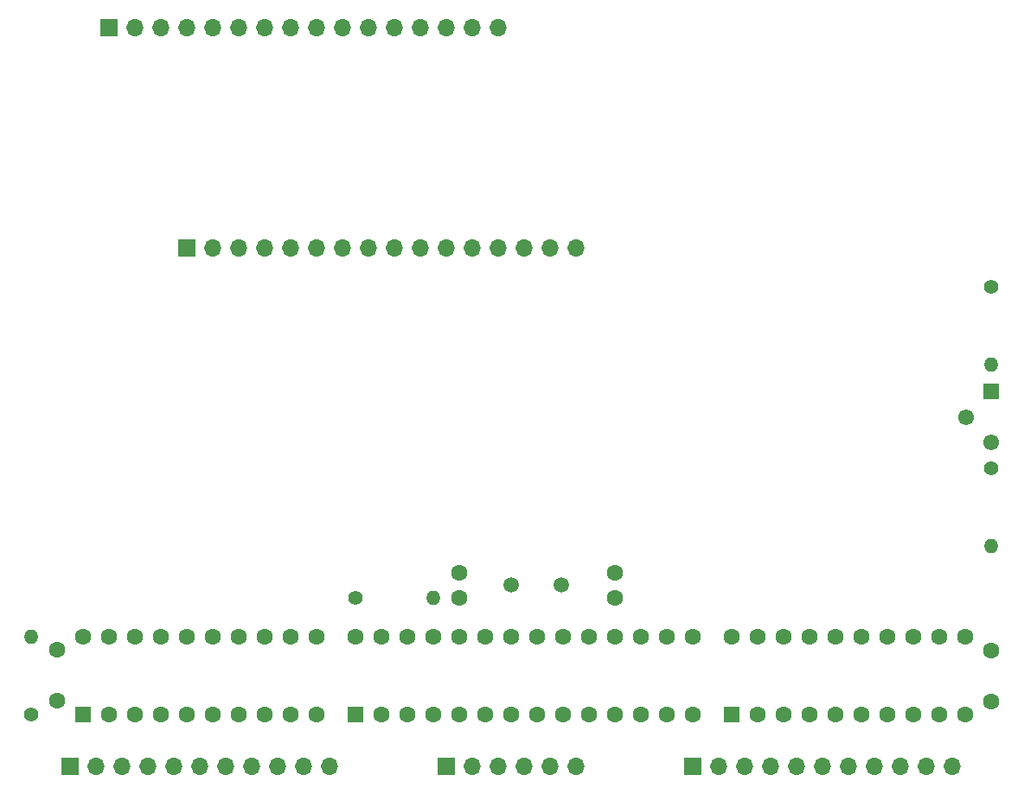
<source format=gbr>
%TF.GenerationSoftware,KiCad,Pcbnew,9.0.6*%
%TF.CreationDate,2025-12-13T09:12:39-08:00*%
%TF.ProjectId,LCDdisplayController,4c434464-6973-4706-9c61-79436f6e7472,rev?*%
%TF.SameCoordinates,Original*%
%TF.FileFunction,Soldermask,Top*%
%TF.FilePolarity,Negative*%
%FSLAX46Y46*%
G04 Gerber Fmt 4.6, Leading zero omitted, Abs format (unit mm)*
G04 Created by KiCad (PCBNEW 9.0.6) date 2025-12-13 09:12:39*
%MOMM*%
%LPD*%
G01*
G04 APERTURE LIST*
G04 Aperture macros list*
%AMRoundRect*
0 Rectangle with rounded corners*
0 $1 Rounding radius*
0 $2 $3 $4 $5 $6 $7 $8 $9 X,Y pos of 4 corners*
0 Add a 4 corners polygon primitive as box body*
4,1,4,$2,$3,$4,$5,$6,$7,$8,$9,$2,$3,0*
0 Add four circle primitives for the rounded corners*
1,1,$1+$1,$2,$3*
1,1,$1+$1,$4,$5*
1,1,$1+$1,$6,$7*
1,1,$1+$1,$8,$9*
0 Add four rect primitives between the rounded corners*
20,1,$1+$1,$2,$3,$4,$5,0*
20,1,$1+$1,$4,$5,$6,$7,0*
20,1,$1+$1,$6,$7,$8,$9,0*
20,1,$1+$1,$8,$9,$2,$3,0*%
G04 Aperture macros list end*
%ADD10RoundRect,0.250000X0.550000X-0.550000X0.550000X0.550000X-0.550000X0.550000X-0.550000X-0.550000X0*%
%ADD11C,1.600000*%
%ADD12C,1.500000*%
%ADD13R,1.700000X1.700000*%
%ADD14O,1.700000X1.700000*%
%ADD15C,1.400000*%
%ADD16O,1.400000X1.400000*%
%ADD17R,1.550000X1.550000*%
%ADD18C,1.550000*%
G04 APERTURE END LIST*
D10*
%TO.C,U3*%
X71120000Y-102870000D03*
D11*
X73660000Y-102870000D03*
X76200000Y-102870000D03*
X78740000Y-102870000D03*
X81280000Y-102870000D03*
X83820000Y-102870000D03*
X86360000Y-102870000D03*
X88900000Y-102870000D03*
X91440000Y-102870000D03*
X93980000Y-102870000D03*
X96520000Y-102870000D03*
X99060000Y-102870000D03*
X101600000Y-102870000D03*
X104140000Y-102870000D03*
X104140000Y-95250000D03*
X101600000Y-95250000D03*
X99060000Y-95250000D03*
X96520000Y-95250000D03*
X93980000Y-95250000D03*
X91440000Y-95250000D03*
X88900000Y-95250000D03*
X86360000Y-95250000D03*
X83820000Y-95250000D03*
X81280000Y-95250000D03*
X78740000Y-95250000D03*
X76200000Y-95250000D03*
X73660000Y-95250000D03*
X71120000Y-95250000D03*
%TD*%
%TO.C,C1*%
X41910000Y-101520000D03*
X41910000Y-96520000D03*
%TD*%
D12*
%TO.C,Y1*%
X91240000Y-90170000D03*
X86360000Y-90170000D03*
%TD*%
D13*
%TO.C,J1*%
X43180000Y-107950000D03*
D14*
X45720000Y-107950000D03*
X48260000Y-107950000D03*
X50800000Y-107950000D03*
X53340000Y-107950000D03*
X55880000Y-107950000D03*
X58420000Y-107950000D03*
X60960000Y-107950000D03*
X63500000Y-107950000D03*
X66040000Y-107950000D03*
X68580000Y-107950000D03*
%TD*%
D10*
%TO.C,U1*%
X44450000Y-102870000D03*
D11*
X46990000Y-102870000D03*
X49530000Y-102870000D03*
X52070000Y-102870000D03*
X54610000Y-102870000D03*
X57150000Y-102870000D03*
X59690000Y-102870000D03*
X62230000Y-102870000D03*
X64770000Y-102870000D03*
X67310000Y-102870000D03*
X67310000Y-95250000D03*
X64770000Y-95250000D03*
X62230000Y-95250000D03*
X59690000Y-95250000D03*
X57150000Y-95250000D03*
X54610000Y-95250000D03*
X52070000Y-95250000D03*
X49530000Y-95250000D03*
X46990000Y-95250000D03*
X44450000Y-95250000D03*
%TD*%
D15*
%TO.C,R4*%
X133350000Y-60960000D03*
D16*
X133350000Y-68580000D03*
%TD*%
D15*
%TO.C,R1*%
X39370000Y-102870000D03*
D16*
X39370000Y-95250000D03*
%TD*%
D10*
%TO.C,U2*%
X107950000Y-102870000D03*
D11*
X110490000Y-102870000D03*
X113030000Y-102870000D03*
X115570000Y-102870000D03*
X118110000Y-102870000D03*
X120650000Y-102870000D03*
X123190000Y-102870000D03*
X125730000Y-102870000D03*
X128270000Y-102870000D03*
X130810000Y-102870000D03*
X130810000Y-95250000D03*
X128270000Y-95250000D03*
X125730000Y-95250000D03*
X123190000Y-95250000D03*
X120650000Y-95250000D03*
X118110000Y-95250000D03*
X115570000Y-95250000D03*
X113030000Y-95250000D03*
X110490000Y-95250000D03*
X107950000Y-95250000D03*
%TD*%
%TO.C,C2*%
X133350000Y-96600000D03*
X133350000Y-101600000D03*
%TD*%
D17*
%TO.C,RV1*%
X133350000Y-71200000D03*
D18*
X130850000Y-73700000D03*
X133350000Y-76200000D03*
%TD*%
D15*
%TO.C,R3*%
X71120000Y-91440000D03*
D16*
X78740000Y-91440000D03*
%TD*%
D13*
%TO.C,J3*%
X54610000Y-57150000D03*
D14*
X57150000Y-57150000D03*
X59690000Y-57150000D03*
X62230000Y-57150000D03*
X64770000Y-57150000D03*
X67310000Y-57150000D03*
X69850000Y-57150000D03*
X72390000Y-57150000D03*
X74930000Y-57150000D03*
X77470000Y-57150000D03*
X80010000Y-57150000D03*
X82550000Y-57150000D03*
X85090000Y-57150000D03*
X87630000Y-57150000D03*
X90170000Y-57150000D03*
X92710000Y-57150000D03*
%TD*%
D15*
%TO.C,R2*%
X133350000Y-78740000D03*
D16*
X133350000Y-86360000D03*
%TD*%
D13*
%TO.C,J2*%
X104140000Y-107950000D03*
D14*
X106680000Y-107950000D03*
X109220000Y-107950000D03*
X111760000Y-107950000D03*
X114300000Y-107950000D03*
X116840000Y-107950000D03*
X119380000Y-107950000D03*
X121920000Y-107950000D03*
X124460000Y-107950000D03*
X127000000Y-107950000D03*
X129540000Y-107950000D03*
%TD*%
D13*
%TO.C,J5*%
X80010000Y-107950000D03*
D14*
X82550000Y-107950000D03*
X85090000Y-107950000D03*
X87630000Y-107950000D03*
X90170000Y-107950000D03*
X92710000Y-107950000D03*
%TD*%
D11*
%TO.C,C3*%
X96520000Y-91440000D03*
X96520000Y-88940000D03*
%TD*%
D13*
%TO.C,J4*%
X46990000Y-35560000D03*
D14*
X49530000Y-35560000D03*
X52070000Y-35560000D03*
X54610000Y-35560000D03*
X57150000Y-35560000D03*
X59690000Y-35560000D03*
X62230000Y-35560000D03*
X64770000Y-35560000D03*
X67310000Y-35560000D03*
X69850000Y-35560000D03*
X72390000Y-35560000D03*
X74930000Y-35560000D03*
X77470000Y-35560000D03*
X80010000Y-35560000D03*
X82550000Y-35560000D03*
X85090000Y-35560000D03*
%TD*%
D11*
%TO.C,C4*%
X81280000Y-91440000D03*
X81280000Y-88940000D03*
%TD*%
M02*

</source>
